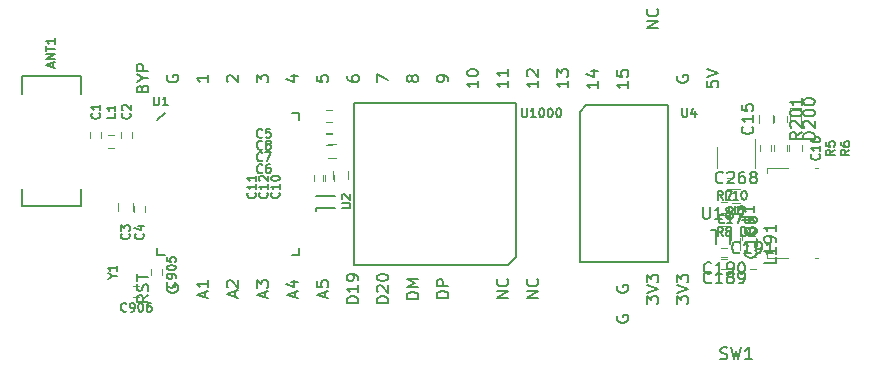
<source format=gbr>
G04 #@! TF.GenerationSoftware,KiCad,Pcbnew,5.0.2-bee76a0~70~ubuntu18.04.1*
G04 #@! TF.CreationDate,2019-02-19T22:04:26+08:00*
G04 #@! TF.ProjectId,require,72657175-6972-4652-9e6b-696361645f70,rev?*
G04 #@! TF.SameCoordinates,Original*
G04 #@! TF.FileFunction,Legend,Top*
G04 #@! TF.FilePolarity,Positive*
%FSLAX46Y46*%
G04 Gerber Fmt 4.6, Leading zero omitted, Abs format (unit mm)*
G04 Created by KiCad (PCBNEW 5.0.2-bee76a0~70~ubuntu18.04.1) date 2019年02月19日 星期二 22时04分26秒*
%MOMM*%
%LPD*%
G01*
G04 APERTURE LIST*
%ADD10C,0.120000*%
%ADD11C,0.150000*%
G04 APERTURE END LIST*
D10*
G04 #@! TO.C,C17*
X89700000Y-65470000D02*
X90200000Y-65470000D01*
X90200000Y-64530000D02*
X89700000Y-64530000D01*
D11*
G04 #@! TO.C,U1000*
X71175000Y-71850000D02*
X71850000Y-71175000D01*
X71850000Y-71175000D02*
X71850000Y-58150000D01*
X71850000Y-58150000D02*
X58150000Y-58150000D01*
X58150000Y-58150000D02*
X58150000Y-71850000D01*
X58150000Y-71850000D02*
X71175000Y-71850000D01*
G04 #@! TO.C,U1*
X53500000Y-71000000D02*
X53500000Y-70400000D01*
X52900000Y-71000000D02*
X53500000Y-71000000D01*
X41500000Y-71000000D02*
X41500000Y-70400000D01*
X42100000Y-71000000D02*
X41500000Y-71000000D01*
X53500000Y-59000000D02*
X53500000Y-59600000D01*
X52900000Y-59000000D02*
X53500000Y-59000000D01*
X41500000Y-59600000D02*
X42100000Y-59000000D01*
G04 #@! TO.C,U4*
X84750000Y-58350000D02*
X77800000Y-58350000D01*
X84750000Y-71650000D02*
X84750000Y-58350000D01*
X77250000Y-71650000D02*
X84750000Y-71650000D01*
X77250000Y-58900000D02*
X77250000Y-71650000D01*
X77800000Y-58350000D02*
X77250000Y-58900000D01*
D10*
G04 #@! TO.C,L1*
X37300000Y-61930000D02*
X37800000Y-61930000D01*
X37800000Y-60870000D02*
X37300000Y-60870000D01*
G04 #@! TO.C,U6*
X92110000Y-63650000D02*
X92110000Y-61200000D01*
X88890000Y-61850000D02*
X88890000Y-63650000D01*
D11*
G04 #@! TO.C,ANT1*
X35000000Y-65400000D02*
X35000000Y-65900000D01*
X35000000Y-55900000D02*
X35000000Y-57400000D01*
X30000000Y-55900000D02*
X35000000Y-55900000D01*
X30000000Y-57400000D02*
X30000000Y-55900000D01*
X35000000Y-66900000D02*
X35000000Y-65900000D01*
X30000000Y-66900000D02*
X35000000Y-66900000D01*
X30000000Y-65400000D02*
X30000000Y-66900000D01*
D10*
G04 #@! TO.C,C1*
X35780000Y-60600000D02*
X35780000Y-61100000D01*
X36720000Y-61100000D02*
X36720000Y-60600000D01*
G04 #@! TO.C,C2*
X39320000Y-61100000D02*
X39320000Y-60600000D01*
X38380000Y-60600000D02*
X38380000Y-61100000D01*
G04 #@! TO.C,C4*
X40470000Y-67400000D02*
X40470000Y-66900000D01*
X39530000Y-66900000D02*
X39530000Y-67400000D01*
G04 #@! TO.C,C905*
X41907500Y-72725000D02*
X41907500Y-72225000D01*
X40967500Y-72225000D02*
X40967500Y-72725000D01*
G04 #@! TO.C,C906*
X39400000Y-74570000D02*
X39900000Y-74570000D01*
X39900000Y-73630000D02*
X39400000Y-73630000D01*
G04 #@! TO.C,C16*
X93470000Y-62250000D02*
X93470000Y-61750000D01*
X92530000Y-61750000D02*
X92530000Y-62250000D01*
G04 #@! TO.C,C5*
X55750000Y-59720000D02*
X56250000Y-59720000D01*
X56250000Y-58780000D02*
X55750000Y-58780000D01*
G04 #@! TO.C,R5*
X94780000Y-62250000D02*
X94780000Y-61750000D01*
X93720000Y-61750000D02*
X93720000Y-62250000D01*
G04 #@! TO.C,R6*
X96030000Y-62250000D02*
X96030000Y-61750000D01*
X94970000Y-61750000D02*
X94970000Y-62250000D01*
G04 #@! TO.C,C3*
X39400000Y-66600000D02*
X39400000Y-67300000D01*
X38200000Y-67300000D02*
X38200000Y-66600000D01*
G04 #@! TO.C,C10*
X57600000Y-63900000D02*
X57600000Y-64600000D01*
X56400000Y-64600000D02*
X56400000Y-63900000D01*
G04 #@! TO.C,C11*
X54780000Y-64250000D02*
X54780000Y-64750000D01*
X55720000Y-64750000D02*
X55720000Y-64250000D01*
G04 #@! TO.C,C12*
X56470000Y-64750000D02*
X56470000Y-64250000D01*
X55530000Y-64250000D02*
X55530000Y-64750000D01*
G04 #@! TO.C,C7*
X56250000Y-60780000D02*
X55750000Y-60780000D01*
X55750000Y-61720000D02*
X56250000Y-61720000D01*
D11*
G04 #@! TO.C,D2*
X92000000Y-68100000D02*
X91000000Y-68100000D01*
X92000000Y-67100000D02*
X91000000Y-67100000D01*
X92000000Y-67100000D02*
X92000000Y-66900000D01*
G04 #@! TO.C,U2*
X54950000Y-66000000D02*
X56550000Y-66000000D01*
X54950000Y-67000000D02*
X56550000Y-67000000D01*
X54950000Y-67300000D02*
X54950000Y-67000000D01*
D10*
G04 #@! TO.C,C6*
X55900000Y-61650000D02*
X56600000Y-61650000D01*
X56600000Y-62850000D02*
X55900000Y-62850000D01*
G04 #@! TO.C,C8*
X55750000Y-60720000D02*
X56250000Y-60720000D01*
X56250000Y-59780000D02*
X55750000Y-59780000D01*
G04 #@! TO.C,R7*
X89750000Y-66570000D02*
X89250000Y-66570000D01*
X89250000Y-67630000D02*
X89750000Y-67630000D01*
G04 #@! TO.C,R8*
X89250000Y-68530000D02*
X89750000Y-68530000D01*
X89750000Y-67470000D02*
X89250000Y-67470000D01*
G04 #@! TO.C,C188*
X90030000Y-69250000D02*
X90030000Y-69750000D01*
X90970000Y-69750000D02*
X90970000Y-69250000D01*
G04 #@! TO.C,C189*
X89250000Y-72170000D02*
X89750000Y-72170000D01*
X89750000Y-71230000D02*
X89250000Y-71230000D01*
G04 #@! TO.C,C190*
X89750000Y-70430000D02*
X89250000Y-70430000D01*
X89250000Y-71370000D02*
X89750000Y-71370000D01*
G04 #@! TO.C,L191*
X92180000Y-69600000D02*
X92180000Y-70600000D01*
X90820000Y-70600000D02*
X90820000Y-69600000D01*
D11*
G04 #@! TO.C,U187*
X88400000Y-68900000D02*
X88800000Y-68900000D01*
X88800000Y-68900000D02*
X88800000Y-70100000D01*
X90000000Y-68900000D02*
X90000000Y-70100000D01*
D10*
G04 #@! TO.C,C15*
X93600000Y-59150000D02*
X93600000Y-59850000D01*
X92400000Y-59850000D02*
X92400000Y-59150000D01*
G04 #@! TO.C,C268*
X90150000Y-65400000D02*
X90850000Y-65400000D01*
X90850000Y-66600000D02*
X90150000Y-66600000D01*
G04 #@! TO.C,J1*
X97450000Y-71310000D02*
X97190000Y-71310000D01*
X94910000Y-71310000D02*
X93140000Y-71310000D01*
X93140000Y-71310000D02*
X93140000Y-70930000D01*
X93140000Y-63690000D02*
X94910000Y-63690000D01*
X97190000Y-63690000D02*
X97450000Y-63690000D01*
X93140000Y-63690000D02*
X93140000Y-64070000D01*
G04 #@! TO.C,R201*
X93720000Y-59250000D02*
X93720000Y-59750000D01*
X94780000Y-59750000D02*
X94780000Y-59250000D01*
G04 #@! TO.C,C191*
X91650000Y-72170000D02*
X92150000Y-72170000D01*
X92150000Y-71230000D02*
X91650000Y-71230000D01*
G04 #@! TO.C,D200*
X95950000Y-58550000D02*
X95950000Y-60000000D01*
X95050000Y-58550000D02*
X95050000Y-60000000D01*
X95950000Y-58550000D02*
X95050000Y-58550000D01*
G04 #@! TO.C,RP3*
D11*
X47447619Y-56355714D02*
X47400000Y-56308095D01*
X47352380Y-56212857D01*
X47352380Y-55974761D01*
X47400000Y-55879523D01*
X47447619Y-55831904D01*
X47542857Y-55784285D01*
X47638095Y-55784285D01*
X47780952Y-55831904D01*
X48352380Y-56403333D01*
X48352380Y-55784285D01*
G04 #@! TO.C,C17*
X89467857Y-68267857D02*
X89432142Y-68303571D01*
X89325000Y-68339285D01*
X89253571Y-68339285D01*
X89146428Y-68303571D01*
X89075000Y-68232142D01*
X89039285Y-68160714D01*
X89003571Y-68017857D01*
X89003571Y-67910714D01*
X89039285Y-67767857D01*
X89075000Y-67696428D01*
X89146428Y-67625000D01*
X89253571Y-67589285D01*
X89325000Y-67589285D01*
X89432142Y-67625000D01*
X89467857Y-67660714D01*
X90182142Y-68339285D02*
X89753571Y-68339285D01*
X89967857Y-68339285D02*
X89967857Y-67589285D01*
X89896428Y-67696428D01*
X89825000Y-67767857D01*
X89753571Y-67803571D01*
X90432142Y-67589285D02*
X90932142Y-67589285D01*
X90610714Y-68339285D01*
G04 #@! TO.C,L10*
X90017857Y-66339285D02*
X89660714Y-66339285D01*
X89660714Y-65589285D01*
X90660714Y-66339285D02*
X90232142Y-66339285D01*
X90446428Y-66339285D02*
X90446428Y-65589285D01*
X90375000Y-65696428D01*
X90303571Y-65767857D01*
X90232142Y-65803571D01*
X91125000Y-65589285D02*
X91196428Y-65589285D01*
X91267857Y-65625000D01*
X91303571Y-65660714D01*
X91339285Y-65732142D01*
X91375000Y-65875000D01*
X91375000Y-66053571D01*
X91339285Y-66196428D01*
X91303571Y-66267857D01*
X91267857Y-66303571D01*
X91196428Y-66339285D01*
X91125000Y-66339285D01*
X91053571Y-66303571D01*
X91017857Y-66267857D01*
X90982142Y-66196428D01*
X90946428Y-66053571D01*
X90946428Y-65875000D01*
X90982142Y-65732142D01*
X91017857Y-65660714D01*
X91053571Y-65625000D01*
X91125000Y-65589285D01*
G04 #@! TO.C,LP2*
X45526666Y-74604285D02*
X45526666Y-74128095D01*
X45812380Y-74699523D02*
X44812380Y-74366190D01*
X45812380Y-74032857D01*
X45812380Y-73175714D02*
X45812380Y-73747142D01*
X45812380Y-73461428D02*
X44812380Y-73461428D01*
X44955238Y-73556666D01*
X45050476Y-73651904D01*
X45098095Y-73747142D01*
G04 #@! TO.C,LP3*
X48066666Y-74596785D02*
X48066666Y-74120595D01*
X48352380Y-74692023D02*
X47352380Y-74358690D01*
X48352380Y-74025357D01*
X47447619Y-73739642D02*
X47400000Y-73692023D01*
X47352380Y-73596785D01*
X47352380Y-73358690D01*
X47400000Y-73263452D01*
X47447619Y-73215833D01*
X47542857Y-73168214D01*
X47638095Y-73168214D01*
X47780952Y-73215833D01*
X48352380Y-73787261D01*
X48352380Y-73168214D01*
G04 #@! TO.C,LP4*
X50606666Y-74604285D02*
X50606666Y-74128095D01*
X50892380Y-74699523D02*
X49892380Y-74366190D01*
X50892380Y-74032857D01*
X49892380Y-73794761D02*
X49892380Y-73175714D01*
X50273333Y-73509047D01*
X50273333Y-73366190D01*
X50320952Y-73270952D01*
X50368571Y-73223333D01*
X50463809Y-73175714D01*
X50701904Y-73175714D01*
X50797142Y-73223333D01*
X50844761Y-73270952D01*
X50892380Y-73366190D01*
X50892380Y-73651904D01*
X50844761Y-73747142D01*
X50797142Y-73794761D01*
G04 #@! TO.C,LP5*
X53146666Y-74604285D02*
X53146666Y-74128095D01*
X53432380Y-74699523D02*
X52432380Y-74366190D01*
X53432380Y-74032857D01*
X52765714Y-73270952D02*
X53432380Y-73270952D01*
X52384761Y-73509047D02*
X53099047Y-73747142D01*
X53099047Y-73128095D01*
G04 #@! TO.C,LP6*
X55686666Y-74604285D02*
X55686666Y-74128095D01*
X55972380Y-74699523D02*
X54972380Y-74366190D01*
X55972380Y-74032857D01*
X54972380Y-73223333D02*
X54972380Y-73699523D01*
X55448571Y-73747142D01*
X55400952Y-73699523D01*
X55353333Y-73604285D01*
X55353333Y-73366190D01*
X55400952Y-73270952D01*
X55448571Y-73223333D01*
X55543809Y-73175714D01*
X55781904Y-73175714D01*
X55877142Y-73223333D01*
X55924761Y-73270952D01*
X55972380Y-73366190D01*
X55972380Y-73604285D01*
X55924761Y-73699523D01*
X55877142Y-73747142D01*
G04 #@! TO.C,LP8*
X63592380Y-74723333D02*
X62592380Y-74723333D01*
X62592380Y-74485238D01*
X62640000Y-74342380D01*
X62735238Y-74247142D01*
X62830476Y-74199523D01*
X63020952Y-74151904D01*
X63163809Y-74151904D01*
X63354285Y-74199523D01*
X63449523Y-74247142D01*
X63544761Y-74342380D01*
X63592380Y-74485238D01*
X63592380Y-74723333D01*
X63592380Y-73723333D02*
X62592380Y-73723333D01*
X63306666Y-73390000D01*
X62592380Y-73056666D01*
X63592380Y-73056666D01*
G04 #@! TO.C,LP9*
X66132380Y-74651904D02*
X65132380Y-74651904D01*
X65132380Y-74413809D01*
X65180000Y-74270952D01*
X65275238Y-74175714D01*
X65370476Y-74128095D01*
X65560952Y-74080476D01*
X65703809Y-74080476D01*
X65894285Y-74128095D01*
X65989523Y-74175714D01*
X66084761Y-74270952D01*
X66132380Y-74413809D01*
X66132380Y-74651904D01*
X66132380Y-73651904D02*
X65132380Y-73651904D01*
X65132380Y-73270952D01*
X65180000Y-73175714D01*
X65227619Y-73128095D01*
X65322857Y-73080476D01*
X65465714Y-73080476D01*
X65560952Y-73128095D01*
X65608571Y-73175714D01*
X65656190Y-73270952D01*
X65656190Y-73651904D01*
G04 #@! TO.C,RP1*
X42320000Y-55808095D02*
X42272380Y-55903333D01*
X42272380Y-56046190D01*
X42320000Y-56189047D01*
X42415238Y-56284285D01*
X42510476Y-56331904D01*
X42700952Y-56379523D01*
X42843809Y-56379523D01*
X43034285Y-56331904D01*
X43129523Y-56284285D01*
X43224761Y-56189047D01*
X43272380Y-56046190D01*
X43272380Y-55950952D01*
X43224761Y-55808095D01*
X43177142Y-55760476D01*
X42843809Y-55760476D01*
X42843809Y-55950952D01*
G04 #@! TO.C,RP20*
X87992380Y-56300476D02*
X87992380Y-56776666D01*
X88468571Y-56824285D01*
X88420952Y-56776666D01*
X88373333Y-56681428D01*
X88373333Y-56443333D01*
X88420952Y-56348095D01*
X88468571Y-56300476D01*
X88563809Y-56252857D01*
X88801904Y-56252857D01*
X88897142Y-56300476D01*
X88944761Y-56348095D01*
X88992380Y-56443333D01*
X88992380Y-56681428D01*
X88944761Y-56776666D01*
X88897142Y-56824285D01*
X87992380Y-55967142D02*
X88992380Y-55633809D01*
X87992380Y-55300476D01*
G04 #@! TO.C,LP7*
X80420000Y-73628095D02*
X80372380Y-73723333D01*
X80372380Y-73866190D01*
X80420000Y-74009047D01*
X80515238Y-74104285D01*
X80610476Y-74151904D01*
X80800952Y-74199523D01*
X80943809Y-74199523D01*
X81134285Y-74151904D01*
X81229523Y-74104285D01*
X81324761Y-74009047D01*
X81372380Y-73866190D01*
X81372380Y-73770952D01*
X81324761Y-73628095D01*
X81277142Y-73580476D01*
X80943809Y-73580476D01*
X80943809Y-73770952D01*
G04 #@! TO.C,LP1*
X42320000Y-73628095D02*
X42272380Y-73723333D01*
X42272380Y-73866190D01*
X42320000Y-74009047D01*
X42415238Y-74104285D01*
X42510476Y-74151904D01*
X42700952Y-74199523D01*
X42843809Y-74199523D01*
X43034285Y-74151904D01*
X43129523Y-74104285D01*
X43224761Y-74009047D01*
X43272380Y-73866190D01*
X43272380Y-73770952D01*
X43224761Y-73628095D01*
X43177142Y-73580476D01*
X42843809Y-73580476D01*
X42843809Y-73770952D01*
G04 #@! TO.C,LP13*
X83912380Y-51815714D02*
X82912380Y-51815714D01*
X83912380Y-51244285D01*
X82912380Y-51244285D01*
X83817142Y-50196666D02*
X83864761Y-50244285D01*
X83912380Y-50387142D01*
X83912380Y-50482380D01*
X83864761Y-50625238D01*
X83769523Y-50720476D01*
X83674285Y-50768095D01*
X83483809Y-50815714D01*
X83340952Y-50815714D01*
X83150476Y-50768095D01*
X83055238Y-50720476D01*
X82960000Y-50625238D01*
X82912380Y-50482380D01*
X82912380Y-50387142D01*
X82960000Y-50244285D01*
X83007619Y-50196666D01*
G04 #@! TO.C,LP14*
X40732380Y-74437619D02*
X40256190Y-74770952D01*
X40732380Y-75009047D02*
X39732380Y-75009047D01*
X39732380Y-74628095D01*
X39780000Y-74532857D01*
X39827619Y-74485238D01*
X39922857Y-74437619D01*
X40065714Y-74437619D01*
X40160952Y-74485238D01*
X40208571Y-74532857D01*
X40256190Y-74628095D01*
X40256190Y-75009047D01*
X40684761Y-74056666D02*
X40732380Y-73913809D01*
X40732380Y-73675714D01*
X40684761Y-73580476D01*
X40637142Y-73532857D01*
X40541904Y-73485238D01*
X40446666Y-73485238D01*
X40351428Y-73532857D01*
X40303809Y-73580476D01*
X40256190Y-73675714D01*
X40208571Y-73866190D01*
X40160952Y-73961428D01*
X40113333Y-74009047D01*
X40018095Y-74056666D01*
X39922857Y-74056666D01*
X39827619Y-74009047D01*
X39780000Y-73961428D01*
X39732380Y-73866190D01*
X39732380Y-73628095D01*
X39780000Y-73485238D01*
X39732380Y-73199523D02*
X39732380Y-72628095D01*
X40732380Y-72913809D02*
X39732380Y-72913809D01*
G04 #@! TO.C,LP15*
X82912380Y-75128095D02*
X82912380Y-74509047D01*
X83293333Y-74842380D01*
X83293333Y-74699523D01*
X83340952Y-74604285D01*
X83388571Y-74556666D01*
X83483809Y-74509047D01*
X83721904Y-74509047D01*
X83817142Y-74556666D01*
X83864761Y-74604285D01*
X83912380Y-74699523D01*
X83912380Y-74985238D01*
X83864761Y-75080476D01*
X83817142Y-75128095D01*
X82912380Y-74223333D02*
X83912380Y-73890000D01*
X82912380Y-73556666D01*
X82912380Y-73318571D02*
X82912380Y-72699523D01*
X83293333Y-73032857D01*
X83293333Y-72890000D01*
X83340952Y-72794761D01*
X83388571Y-72747142D01*
X83483809Y-72699523D01*
X83721904Y-72699523D01*
X83817142Y-72747142D01*
X83864761Y-72794761D01*
X83912380Y-72890000D01*
X83912380Y-73175714D01*
X83864761Y-73270952D01*
X83817142Y-73318571D01*
G04 #@! TO.C,LP16*
X85452380Y-75128095D02*
X85452380Y-74509047D01*
X85833333Y-74842380D01*
X85833333Y-74699523D01*
X85880952Y-74604285D01*
X85928571Y-74556666D01*
X86023809Y-74509047D01*
X86261904Y-74509047D01*
X86357142Y-74556666D01*
X86404761Y-74604285D01*
X86452380Y-74699523D01*
X86452380Y-74985238D01*
X86404761Y-75080476D01*
X86357142Y-75128095D01*
X85452380Y-74223333D02*
X86452380Y-73890000D01*
X85452380Y-73556666D01*
X85452380Y-73318571D02*
X85452380Y-72699523D01*
X85833333Y-73032857D01*
X85833333Y-72890000D01*
X85880952Y-72794761D01*
X85928571Y-72747142D01*
X86023809Y-72699523D01*
X86261904Y-72699523D01*
X86357142Y-72747142D01*
X86404761Y-72794761D01*
X86452380Y-72890000D01*
X86452380Y-73175714D01*
X86404761Y-73270952D01*
X86357142Y-73318571D01*
G04 #@! TO.C,LP17*
X71212380Y-74675714D02*
X70212380Y-74675714D01*
X71212380Y-74104285D01*
X70212380Y-74104285D01*
X71117142Y-73056666D02*
X71164761Y-73104285D01*
X71212380Y-73247142D01*
X71212380Y-73342380D01*
X71164761Y-73485238D01*
X71069523Y-73580476D01*
X70974285Y-73628095D01*
X70783809Y-73675714D01*
X70640952Y-73675714D01*
X70450476Y-73628095D01*
X70355238Y-73580476D01*
X70260000Y-73485238D01*
X70212380Y-73342380D01*
X70212380Y-73247142D01*
X70260000Y-73104285D01*
X70307619Y-73056666D01*
G04 #@! TO.C,LP18*
X80420000Y-76168095D02*
X80372380Y-76263333D01*
X80372380Y-76406190D01*
X80420000Y-76549047D01*
X80515238Y-76644285D01*
X80610476Y-76691904D01*
X80800952Y-76739523D01*
X80943809Y-76739523D01*
X81134285Y-76691904D01*
X81229523Y-76644285D01*
X81324761Y-76549047D01*
X81372380Y-76406190D01*
X81372380Y-76310952D01*
X81324761Y-76168095D01*
X81277142Y-76120476D01*
X80943809Y-76120476D01*
X80943809Y-76310952D01*
G04 #@! TO.C,RP12*
X71212380Y-56260476D02*
X71212380Y-56831904D01*
X71212380Y-56546190D02*
X70212380Y-56546190D01*
X70355238Y-56641428D01*
X70450476Y-56736666D01*
X70498095Y-56831904D01*
X71212380Y-55308095D02*
X71212380Y-55879523D01*
X71212380Y-55593809D02*
X70212380Y-55593809D01*
X70355238Y-55689047D01*
X70450476Y-55784285D01*
X70498095Y-55879523D01*
G04 #@! TO.C,RP13*
X73752380Y-56260476D02*
X73752380Y-56831904D01*
X73752380Y-56546190D02*
X72752380Y-56546190D01*
X72895238Y-56641428D01*
X72990476Y-56736666D01*
X73038095Y-56831904D01*
X72847619Y-55879523D02*
X72800000Y-55831904D01*
X72752380Y-55736666D01*
X72752380Y-55498571D01*
X72800000Y-55403333D01*
X72847619Y-55355714D01*
X72942857Y-55308095D01*
X73038095Y-55308095D01*
X73180952Y-55355714D01*
X73752380Y-55927142D01*
X73752380Y-55308095D01*
G04 #@! TO.C,RP14*
X76292380Y-56260476D02*
X76292380Y-56831904D01*
X76292380Y-56546190D02*
X75292380Y-56546190D01*
X75435238Y-56641428D01*
X75530476Y-56736666D01*
X75578095Y-56831904D01*
X75292380Y-55927142D02*
X75292380Y-55308095D01*
X75673333Y-55641428D01*
X75673333Y-55498571D01*
X75720952Y-55403333D01*
X75768571Y-55355714D01*
X75863809Y-55308095D01*
X76101904Y-55308095D01*
X76197142Y-55355714D01*
X76244761Y-55403333D01*
X76292380Y-55498571D01*
X76292380Y-55784285D01*
X76244761Y-55879523D01*
X76197142Y-55927142D01*
G04 #@! TO.C,RP15*
X78832380Y-56300476D02*
X78832380Y-56871904D01*
X78832380Y-56586190D02*
X77832380Y-56586190D01*
X77975238Y-56681428D01*
X78070476Y-56776666D01*
X78118095Y-56871904D01*
X78165714Y-55443333D02*
X78832380Y-55443333D01*
X77784761Y-55681428D02*
X78499047Y-55919523D01*
X78499047Y-55300476D01*
G04 #@! TO.C,RP16*
X81372380Y-56300476D02*
X81372380Y-56871904D01*
X81372380Y-56586190D02*
X80372380Y-56586190D01*
X80515238Y-56681428D01*
X80610476Y-56776666D01*
X80658095Y-56871904D01*
X80372380Y-55395714D02*
X80372380Y-55871904D01*
X80848571Y-55919523D01*
X80800952Y-55871904D01*
X80753333Y-55776666D01*
X80753333Y-55538571D01*
X80800952Y-55443333D01*
X80848571Y-55395714D01*
X80943809Y-55348095D01*
X81181904Y-55348095D01*
X81277142Y-55395714D01*
X81324761Y-55443333D01*
X81372380Y-55538571D01*
X81372380Y-55776666D01*
X81324761Y-55871904D01*
X81277142Y-55919523D01*
G04 #@! TO.C,RP17*
X85500000Y-55848095D02*
X85452380Y-55943333D01*
X85452380Y-56086190D01*
X85500000Y-56229047D01*
X85595238Y-56324285D01*
X85690476Y-56371904D01*
X85880952Y-56419523D01*
X86023809Y-56419523D01*
X86214285Y-56371904D01*
X86309523Y-56324285D01*
X86404761Y-56229047D01*
X86452380Y-56086190D01*
X86452380Y-55990952D01*
X86404761Y-55848095D01*
X86357142Y-55800476D01*
X86023809Y-55800476D01*
X86023809Y-55990952D01*
G04 #@! TO.C,LP10*
X58512380Y-75104285D02*
X57512380Y-75104285D01*
X57512380Y-74866190D01*
X57560000Y-74723333D01*
X57655238Y-74628095D01*
X57750476Y-74580476D01*
X57940952Y-74532857D01*
X58083809Y-74532857D01*
X58274285Y-74580476D01*
X58369523Y-74628095D01*
X58464761Y-74723333D01*
X58512380Y-74866190D01*
X58512380Y-75104285D01*
X58512380Y-73580476D02*
X58512380Y-74151904D01*
X58512380Y-73866190D02*
X57512380Y-73866190D01*
X57655238Y-73961428D01*
X57750476Y-74056666D01*
X57798095Y-74151904D01*
X58512380Y-73104285D02*
X58512380Y-72913809D01*
X58464761Y-72818571D01*
X58417142Y-72770952D01*
X58274285Y-72675714D01*
X58083809Y-72628095D01*
X57702857Y-72628095D01*
X57607619Y-72675714D01*
X57560000Y-72723333D01*
X57512380Y-72818571D01*
X57512380Y-73009047D01*
X57560000Y-73104285D01*
X57607619Y-73151904D01*
X57702857Y-73199523D01*
X57940952Y-73199523D01*
X58036190Y-73151904D01*
X58083809Y-73104285D01*
X58131428Y-73009047D01*
X58131428Y-72818571D01*
X58083809Y-72723333D01*
X58036190Y-72675714D01*
X57940952Y-72628095D01*
G04 #@! TO.C,LP11*
X61052380Y-75104285D02*
X60052380Y-75104285D01*
X60052380Y-74866190D01*
X60100000Y-74723333D01*
X60195238Y-74628095D01*
X60290476Y-74580476D01*
X60480952Y-74532857D01*
X60623809Y-74532857D01*
X60814285Y-74580476D01*
X60909523Y-74628095D01*
X61004761Y-74723333D01*
X61052380Y-74866190D01*
X61052380Y-75104285D01*
X60147619Y-74151904D02*
X60100000Y-74104285D01*
X60052380Y-74009047D01*
X60052380Y-73770952D01*
X60100000Y-73675714D01*
X60147619Y-73628095D01*
X60242857Y-73580476D01*
X60338095Y-73580476D01*
X60480952Y-73628095D01*
X61052380Y-74199523D01*
X61052380Y-73580476D01*
X60052380Y-72961428D02*
X60052380Y-72866190D01*
X60100000Y-72770952D01*
X60147619Y-72723333D01*
X60242857Y-72675714D01*
X60433333Y-72628095D01*
X60671428Y-72628095D01*
X60861904Y-72675714D01*
X60957142Y-72723333D01*
X61004761Y-72770952D01*
X61052380Y-72866190D01*
X61052380Y-72961428D01*
X61004761Y-73056666D01*
X60957142Y-73104285D01*
X60861904Y-73151904D01*
X60671428Y-73199523D01*
X60433333Y-73199523D01*
X60242857Y-73151904D01*
X60147619Y-73104285D01*
X60100000Y-73056666D01*
X60052380Y-72961428D01*
G04 #@! TO.C,RP2*
X45812380Y-55784285D02*
X45812380Y-56355714D01*
X45812380Y-56070000D02*
X44812380Y-56070000D01*
X44955238Y-56165238D01*
X45050476Y-56260476D01*
X45098095Y-56355714D01*
G04 #@! TO.C,RP4*
X49892380Y-56403333D02*
X49892380Y-55784285D01*
X50273333Y-56117619D01*
X50273333Y-55974761D01*
X50320952Y-55879523D01*
X50368571Y-55831904D01*
X50463809Y-55784285D01*
X50701904Y-55784285D01*
X50797142Y-55831904D01*
X50844761Y-55879523D01*
X50892380Y-55974761D01*
X50892380Y-56260476D01*
X50844761Y-56355714D01*
X50797142Y-56403333D01*
G04 #@! TO.C,RP5*
X52765714Y-55879523D02*
X53432380Y-55879523D01*
X52384761Y-56117619D02*
X53099047Y-56355714D01*
X53099047Y-55736666D01*
G04 #@! TO.C,RP6*
X54972380Y-55831904D02*
X54972380Y-56308095D01*
X55448571Y-56355714D01*
X55400952Y-56308095D01*
X55353333Y-56212857D01*
X55353333Y-55974761D01*
X55400952Y-55879523D01*
X55448571Y-55831904D01*
X55543809Y-55784285D01*
X55781904Y-55784285D01*
X55877142Y-55831904D01*
X55924761Y-55879523D01*
X55972380Y-55974761D01*
X55972380Y-56212857D01*
X55924761Y-56308095D01*
X55877142Y-56355714D01*
G04 #@! TO.C,RP7*
X57562380Y-55879523D02*
X57562380Y-56070000D01*
X57610000Y-56165238D01*
X57657619Y-56212857D01*
X57800476Y-56308095D01*
X57990952Y-56355714D01*
X58371904Y-56355714D01*
X58467142Y-56308095D01*
X58514761Y-56260476D01*
X58562380Y-56165238D01*
X58562380Y-55974761D01*
X58514761Y-55879523D01*
X58467142Y-55831904D01*
X58371904Y-55784285D01*
X58133809Y-55784285D01*
X58038571Y-55831904D01*
X57990952Y-55879523D01*
X57943333Y-55974761D01*
X57943333Y-56165238D01*
X57990952Y-56260476D01*
X58038571Y-56308095D01*
X58133809Y-56355714D01*
G04 #@! TO.C,RP8*
X60052380Y-56403333D02*
X60052380Y-55736666D01*
X61052380Y-56165238D01*
G04 #@! TO.C,RP9*
X63020952Y-56165238D02*
X62973333Y-56260476D01*
X62925714Y-56308095D01*
X62830476Y-56355714D01*
X62782857Y-56355714D01*
X62687619Y-56308095D01*
X62640000Y-56260476D01*
X62592380Y-56165238D01*
X62592380Y-55974761D01*
X62640000Y-55879523D01*
X62687619Y-55831904D01*
X62782857Y-55784285D01*
X62830476Y-55784285D01*
X62925714Y-55831904D01*
X62973333Y-55879523D01*
X63020952Y-55974761D01*
X63020952Y-56165238D01*
X63068571Y-56260476D01*
X63116190Y-56308095D01*
X63211428Y-56355714D01*
X63401904Y-56355714D01*
X63497142Y-56308095D01*
X63544761Y-56260476D01*
X63592380Y-56165238D01*
X63592380Y-55974761D01*
X63544761Y-55879523D01*
X63497142Y-55831904D01*
X63401904Y-55784285D01*
X63211428Y-55784285D01*
X63116190Y-55831904D01*
X63068571Y-55879523D01*
X63020952Y-55974761D01*
G04 #@! TO.C,RP10*
X66132380Y-56260476D02*
X66132380Y-56070000D01*
X66084761Y-55974761D01*
X66037142Y-55927142D01*
X65894285Y-55831904D01*
X65703809Y-55784285D01*
X65322857Y-55784285D01*
X65227619Y-55831904D01*
X65180000Y-55879523D01*
X65132380Y-55974761D01*
X65132380Y-56165238D01*
X65180000Y-56260476D01*
X65227619Y-56308095D01*
X65322857Y-56355714D01*
X65560952Y-56355714D01*
X65656190Y-56308095D01*
X65703809Y-56260476D01*
X65751428Y-56165238D01*
X65751428Y-55974761D01*
X65703809Y-55879523D01*
X65656190Y-55831904D01*
X65560952Y-55784285D01*
G04 #@! TO.C,RP11*
X68672380Y-56260476D02*
X68672380Y-56831904D01*
X68672380Y-56546190D02*
X67672380Y-56546190D01*
X67815238Y-56641428D01*
X67910476Y-56736666D01*
X67958095Y-56831904D01*
X67672380Y-55641428D02*
X67672380Y-55546190D01*
X67720000Y-55450952D01*
X67767619Y-55403333D01*
X67862857Y-55355714D01*
X68053333Y-55308095D01*
X68291428Y-55308095D01*
X68481904Y-55355714D01*
X68577142Y-55403333D01*
X68624761Y-55450952D01*
X68672380Y-55546190D01*
X68672380Y-55641428D01*
X68624761Y-55736666D01*
X68577142Y-55784285D01*
X68481904Y-55831904D01*
X68291428Y-55879523D01*
X68053333Y-55879523D01*
X67862857Y-55831904D01*
X67767619Y-55784285D01*
X67720000Y-55736666D01*
X67672380Y-55641428D01*
G04 #@! TO.C,LP12*
X73752380Y-74675714D02*
X72752380Y-74675714D01*
X73752380Y-74104285D01*
X72752380Y-74104285D01*
X73657142Y-73056666D02*
X73704761Y-73104285D01*
X73752380Y-73247142D01*
X73752380Y-73342380D01*
X73704761Y-73485238D01*
X73609523Y-73580476D01*
X73514285Y-73628095D01*
X73323809Y-73675714D01*
X73180952Y-73675714D01*
X72990476Y-73628095D01*
X72895238Y-73580476D01*
X72800000Y-73485238D01*
X72752380Y-73342380D01*
X72752380Y-73247142D01*
X72800000Y-73104285D01*
X72847619Y-73056666D01*
G04 #@! TO.C,U1000*
X72357142Y-58589285D02*
X72357142Y-59196428D01*
X72392857Y-59267857D01*
X72428571Y-59303571D01*
X72500000Y-59339285D01*
X72642857Y-59339285D01*
X72714285Y-59303571D01*
X72750000Y-59267857D01*
X72785714Y-59196428D01*
X72785714Y-58589285D01*
X73535714Y-59339285D02*
X73107142Y-59339285D01*
X73321428Y-59339285D02*
X73321428Y-58589285D01*
X73250000Y-58696428D01*
X73178571Y-58767857D01*
X73107142Y-58803571D01*
X74000000Y-58589285D02*
X74071428Y-58589285D01*
X74142857Y-58625000D01*
X74178571Y-58660714D01*
X74214285Y-58732142D01*
X74250000Y-58875000D01*
X74250000Y-59053571D01*
X74214285Y-59196428D01*
X74178571Y-59267857D01*
X74142857Y-59303571D01*
X74071428Y-59339285D01*
X74000000Y-59339285D01*
X73928571Y-59303571D01*
X73892857Y-59267857D01*
X73857142Y-59196428D01*
X73821428Y-59053571D01*
X73821428Y-58875000D01*
X73857142Y-58732142D01*
X73892857Y-58660714D01*
X73928571Y-58625000D01*
X74000000Y-58589285D01*
X74714285Y-58589285D02*
X74785714Y-58589285D01*
X74857142Y-58625000D01*
X74892857Y-58660714D01*
X74928571Y-58732142D01*
X74964285Y-58875000D01*
X74964285Y-59053571D01*
X74928571Y-59196428D01*
X74892857Y-59267857D01*
X74857142Y-59303571D01*
X74785714Y-59339285D01*
X74714285Y-59339285D01*
X74642857Y-59303571D01*
X74607142Y-59267857D01*
X74571428Y-59196428D01*
X74535714Y-59053571D01*
X74535714Y-58875000D01*
X74571428Y-58732142D01*
X74607142Y-58660714D01*
X74642857Y-58625000D01*
X74714285Y-58589285D01*
X75428571Y-58589285D02*
X75500000Y-58589285D01*
X75571428Y-58625000D01*
X75607142Y-58660714D01*
X75642857Y-58732142D01*
X75678571Y-58875000D01*
X75678571Y-59053571D01*
X75642857Y-59196428D01*
X75607142Y-59267857D01*
X75571428Y-59303571D01*
X75500000Y-59339285D01*
X75428571Y-59339285D01*
X75357142Y-59303571D01*
X75321428Y-59267857D01*
X75285714Y-59196428D01*
X75250000Y-59053571D01*
X75250000Y-58875000D01*
X75285714Y-58732142D01*
X75321428Y-58660714D01*
X75357142Y-58625000D01*
X75428571Y-58589285D01*
G04 #@! TO.C,U1*
X41191071Y-57601785D02*
X41191071Y-58208928D01*
X41226785Y-58280357D01*
X41262500Y-58316071D01*
X41333928Y-58351785D01*
X41476785Y-58351785D01*
X41548214Y-58316071D01*
X41583928Y-58280357D01*
X41619642Y-58208928D01*
X41619642Y-57601785D01*
X42369642Y-58351785D02*
X41941071Y-58351785D01*
X42155357Y-58351785D02*
X42155357Y-57601785D01*
X42083928Y-57708928D01*
X42012500Y-57780357D01*
X41941071Y-57816071D01*
G04 #@! TO.C,U4*
X85928571Y-58589285D02*
X85928571Y-59196428D01*
X85964285Y-59267857D01*
X86000000Y-59303571D01*
X86071428Y-59339285D01*
X86214285Y-59339285D01*
X86285714Y-59303571D01*
X86321428Y-59267857D01*
X86357142Y-59196428D01*
X86357142Y-58589285D01*
X87035714Y-58839285D02*
X87035714Y-59339285D01*
X86857142Y-58553571D02*
X86678571Y-59089285D01*
X87142857Y-59089285D01*
G04 #@! TO.C,L1*
X37939285Y-59025000D02*
X37939285Y-59382142D01*
X37189285Y-59382142D01*
X37939285Y-58382142D02*
X37939285Y-58810714D01*
X37939285Y-58596428D02*
X37189285Y-58596428D01*
X37296428Y-58667857D01*
X37367857Y-58739285D01*
X37403571Y-58810714D01*
G04 #@! TO.C,U6*
X89928571Y-66839285D02*
X89928571Y-67446428D01*
X89964285Y-67517857D01*
X90000000Y-67553571D01*
X90071428Y-67589285D01*
X90214285Y-67589285D01*
X90285714Y-67553571D01*
X90321428Y-67517857D01*
X90357142Y-67446428D01*
X90357142Y-66839285D01*
X91035714Y-66839285D02*
X90892857Y-66839285D01*
X90821428Y-66875000D01*
X90785714Y-66910714D01*
X90714285Y-67017857D01*
X90678571Y-67160714D01*
X90678571Y-67446428D01*
X90714285Y-67517857D01*
X90750000Y-67553571D01*
X90821428Y-67589285D01*
X90964285Y-67589285D01*
X91035714Y-67553571D01*
X91071428Y-67517857D01*
X91107142Y-67446428D01*
X91107142Y-67267857D01*
X91071428Y-67196428D01*
X91035714Y-67160714D01*
X90964285Y-67125000D01*
X90821428Y-67125000D01*
X90750000Y-67160714D01*
X90714285Y-67196428D01*
X90678571Y-67267857D01*
G04 #@! TO.C,Y1*
X37694642Y-72832142D02*
X38051785Y-72832142D01*
X37301785Y-73082142D02*
X37694642Y-72832142D01*
X37301785Y-72582142D01*
X38051785Y-71939285D02*
X38051785Y-72367857D01*
X38051785Y-72153571D02*
X37301785Y-72153571D01*
X37408928Y-72225000D01*
X37480357Y-72296428D01*
X37516071Y-72367857D01*
G04 #@! TO.C,ANT1*
X32625000Y-55114285D02*
X32625000Y-54757142D01*
X32839285Y-55185714D02*
X32089285Y-54935714D01*
X32839285Y-54685714D01*
X32839285Y-54435714D02*
X32089285Y-54435714D01*
X32839285Y-54007142D01*
X32089285Y-54007142D01*
X32089285Y-53757142D02*
X32089285Y-53328571D01*
X32839285Y-53542857D02*
X32089285Y-53542857D01*
X32839285Y-52685714D02*
X32839285Y-53114285D01*
X32839285Y-52900000D02*
X32089285Y-52900000D01*
X32196428Y-52971428D01*
X32267857Y-53042857D01*
X32303571Y-53114285D01*
G04 #@! TO.C,C1*
X36567857Y-59025000D02*
X36603571Y-59060714D01*
X36639285Y-59167857D01*
X36639285Y-59239285D01*
X36603571Y-59346428D01*
X36532142Y-59417857D01*
X36460714Y-59453571D01*
X36317857Y-59489285D01*
X36210714Y-59489285D01*
X36067857Y-59453571D01*
X35996428Y-59417857D01*
X35925000Y-59346428D01*
X35889285Y-59239285D01*
X35889285Y-59167857D01*
X35925000Y-59060714D01*
X35960714Y-59025000D01*
X36639285Y-58310714D02*
X36639285Y-58739285D01*
X36639285Y-58525000D02*
X35889285Y-58525000D01*
X35996428Y-58596428D01*
X36067857Y-58667857D01*
X36103571Y-58739285D01*
G04 #@! TO.C,C2*
X39167857Y-59025000D02*
X39203571Y-59060714D01*
X39239285Y-59167857D01*
X39239285Y-59239285D01*
X39203571Y-59346428D01*
X39132142Y-59417857D01*
X39060714Y-59453571D01*
X38917857Y-59489285D01*
X38810714Y-59489285D01*
X38667857Y-59453571D01*
X38596428Y-59417857D01*
X38525000Y-59346428D01*
X38489285Y-59239285D01*
X38489285Y-59167857D01*
X38525000Y-59060714D01*
X38560714Y-59025000D01*
X38560714Y-58739285D02*
X38525000Y-58703571D01*
X38489285Y-58632142D01*
X38489285Y-58453571D01*
X38525000Y-58382142D01*
X38560714Y-58346428D01*
X38632142Y-58310714D01*
X38703571Y-58310714D01*
X38810714Y-58346428D01*
X39239285Y-58775000D01*
X39239285Y-58310714D01*
G04 #@! TO.C,C4*
X40267857Y-69225000D02*
X40303571Y-69260714D01*
X40339285Y-69367857D01*
X40339285Y-69439285D01*
X40303571Y-69546428D01*
X40232142Y-69617857D01*
X40160714Y-69653571D01*
X40017857Y-69689285D01*
X39910714Y-69689285D01*
X39767857Y-69653571D01*
X39696428Y-69617857D01*
X39625000Y-69546428D01*
X39589285Y-69439285D01*
X39589285Y-69367857D01*
X39625000Y-69260714D01*
X39660714Y-69225000D01*
X39839285Y-68582142D02*
X40339285Y-68582142D01*
X39553571Y-68760714D02*
X40089285Y-68939285D01*
X40089285Y-68475000D01*
G04 #@! TO.C,C905*
X42980357Y-73314285D02*
X43016071Y-73350000D01*
X43051785Y-73457142D01*
X43051785Y-73528571D01*
X43016071Y-73635714D01*
X42944642Y-73707142D01*
X42873214Y-73742857D01*
X42730357Y-73778571D01*
X42623214Y-73778571D01*
X42480357Y-73742857D01*
X42408928Y-73707142D01*
X42337500Y-73635714D01*
X42301785Y-73528571D01*
X42301785Y-73457142D01*
X42337500Y-73350000D01*
X42373214Y-73314285D01*
X43051785Y-72957142D02*
X43051785Y-72814285D01*
X43016071Y-72742857D01*
X42980357Y-72707142D01*
X42873214Y-72635714D01*
X42730357Y-72600000D01*
X42444642Y-72600000D01*
X42373214Y-72635714D01*
X42337500Y-72671428D01*
X42301785Y-72742857D01*
X42301785Y-72885714D01*
X42337500Y-72957142D01*
X42373214Y-72992857D01*
X42444642Y-73028571D01*
X42623214Y-73028571D01*
X42694642Y-72992857D01*
X42730357Y-72957142D01*
X42766071Y-72885714D01*
X42766071Y-72742857D01*
X42730357Y-72671428D01*
X42694642Y-72635714D01*
X42623214Y-72600000D01*
X42301785Y-72135714D02*
X42301785Y-72064285D01*
X42337500Y-71992857D01*
X42373214Y-71957142D01*
X42444642Y-71921428D01*
X42587500Y-71885714D01*
X42766071Y-71885714D01*
X42908928Y-71921428D01*
X42980357Y-71957142D01*
X43016071Y-71992857D01*
X43051785Y-72064285D01*
X43051785Y-72135714D01*
X43016071Y-72207142D01*
X42980357Y-72242857D01*
X42908928Y-72278571D01*
X42766071Y-72314285D01*
X42587500Y-72314285D01*
X42444642Y-72278571D01*
X42373214Y-72242857D01*
X42337500Y-72207142D01*
X42301785Y-72135714D01*
X42301785Y-71207142D02*
X42301785Y-71564285D01*
X42658928Y-71600000D01*
X42623214Y-71564285D01*
X42587500Y-71492857D01*
X42587500Y-71314285D01*
X42623214Y-71242857D01*
X42658928Y-71207142D01*
X42730357Y-71171428D01*
X42908928Y-71171428D01*
X42980357Y-71207142D01*
X43016071Y-71242857D01*
X43051785Y-71314285D01*
X43051785Y-71492857D01*
X43016071Y-71564285D01*
X42980357Y-71600000D01*
G04 #@! TO.C,C906*
X38873214Y-75742857D02*
X38837500Y-75778571D01*
X38730357Y-75814285D01*
X38658928Y-75814285D01*
X38551785Y-75778571D01*
X38480357Y-75707142D01*
X38444642Y-75635714D01*
X38408928Y-75492857D01*
X38408928Y-75385714D01*
X38444642Y-75242857D01*
X38480357Y-75171428D01*
X38551785Y-75100000D01*
X38658928Y-75064285D01*
X38730357Y-75064285D01*
X38837500Y-75100000D01*
X38873214Y-75135714D01*
X39230357Y-75814285D02*
X39373214Y-75814285D01*
X39444642Y-75778571D01*
X39480357Y-75742857D01*
X39551785Y-75635714D01*
X39587500Y-75492857D01*
X39587500Y-75207142D01*
X39551785Y-75135714D01*
X39516071Y-75100000D01*
X39444642Y-75064285D01*
X39301785Y-75064285D01*
X39230357Y-75100000D01*
X39194642Y-75135714D01*
X39158928Y-75207142D01*
X39158928Y-75385714D01*
X39194642Y-75457142D01*
X39230357Y-75492857D01*
X39301785Y-75528571D01*
X39444642Y-75528571D01*
X39516071Y-75492857D01*
X39551785Y-75457142D01*
X39587500Y-75385714D01*
X40051785Y-75064285D02*
X40123214Y-75064285D01*
X40194642Y-75100000D01*
X40230357Y-75135714D01*
X40266071Y-75207142D01*
X40301785Y-75350000D01*
X40301785Y-75528571D01*
X40266071Y-75671428D01*
X40230357Y-75742857D01*
X40194642Y-75778571D01*
X40123214Y-75814285D01*
X40051785Y-75814285D01*
X39980357Y-75778571D01*
X39944642Y-75742857D01*
X39908928Y-75671428D01*
X39873214Y-75528571D01*
X39873214Y-75350000D01*
X39908928Y-75207142D01*
X39944642Y-75135714D01*
X39980357Y-75100000D01*
X40051785Y-75064285D01*
X40944642Y-75064285D02*
X40801785Y-75064285D01*
X40730357Y-75100000D01*
X40694642Y-75135714D01*
X40623214Y-75242857D01*
X40587500Y-75385714D01*
X40587500Y-75671428D01*
X40623214Y-75742857D01*
X40658928Y-75778571D01*
X40730357Y-75814285D01*
X40873214Y-75814285D01*
X40944642Y-75778571D01*
X40980357Y-75742857D01*
X41016071Y-75671428D01*
X41016071Y-75492857D01*
X40980357Y-75421428D01*
X40944642Y-75385714D01*
X40873214Y-75350000D01*
X40730357Y-75350000D01*
X40658928Y-75385714D01*
X40623214Y-75421428D01*
X40587500Y-75492857D01*
G04 #@! TO.C,C16*
X97517857Y-62482142D02*
X97553571Y-62517857D01*
X97589285Y-62625000D01*
X97589285Y-62696428D01*
X97553571Y-62803571D01*
X97482142Y-62875000D01*
X97410714Y-62910714D01*
X97267857Y-62946428D01*
X97160714Y-62946428D01*
X97017857Y-62910714D01*
X96946428Y-62875000D01*
X96875000Y-62803571D01*
X96839285Y-62696428D01*
X96839285Y-62625000D01*
X96875000Y-62517857D01*
X96910714Y-62482142D01*
X97589285Y-61767857D02*
X97589285Y-62196428D01*
X97589285Y-61982142D02*
X96839285Y-61982142D01*
X96946428Y-62053571D01*
X97017857Y-62125000D01*
X97053571Y-62196428D01*
X96839285Y-61125000D02*
X96839285Y-61267857D01*
X96875000Y-61339285D01*
X96910714Y-61375000D01*
X97017857Y-61446428D01*
X97160714Y-61482142D01*
X97446428Y-61482142D01*
X97517857Y-61446428D01*
X97553571Y-61410714D01*
X97589285Y-61339285D01*
X97589285Y-61196428D01*
X97553571Y-61125000D01*
X97517857Y-61089285D01*
X97446428Y-61053571D01*
X97267857Y-61053571D01*
X97196428Y-61089285D01*
X97160714Y-61125000D01*
X97125000Y-61196428D01*
X97125000Y-61339285D01*
X97160714Y-61410714D01*
X97196428Y-61446428D01*
X97267857Y-61482142D01*
G04 #@! TO.C,C5*
X50375000Y-61017857D02*
X50339285Y-61053571D01*
X50232142Y-61089285D01*
X50160714Y-61089285D01*
X50053571Y-61053571D01*
X49982142Y-60982142D01*
X49946428Y-60910714D01*
X49910714Y-60767857D01*
X49910714Y-60660714D01*
X49946428Y-60517857D01*
X49982142Y-60446428D01*
X50053571Y-60375000D01*
X50160714Y-60339285D01*
X50232142Y-60339285D01*
X50339285Y-60375000D01*
X50375000Y-60410714D01*
X51053571Y-60339285D02*
X50696428Y-60339285D01*
X50660714Y-60696428D01*
X50696428Y-60660714D01*
X50767857Y-60625000D01*
X50946428Y-60625000D01*
X51017857Y-60660714D01*
X51053571Y-60696428D01*
X51089285Y-60767857D01*
X51089285Y-60946428D01*
X51053571Y-61017857D01*
X51017857Y-61053571D01*
X50946428Y-61089285D01*
X50767857Y-61089285D01*
X50696428Y-61053571D01*
X50660714Y-61017857D01*
G04 #@! TO.C,R5*
X98839285Y-62125000D02*
X98482142Y-62375000D01*
X98839285Y-62553571D02*
X98089285Y-62553571D01*
X98089285Y-62267857D01*
X98125000Y-62196428D01*
X98160714Y-62160714D01*
X98232142Y-62125000D01*
X98339285Y-62125000D01*
X98410714Y-62160714D01*
X98446428Y-62196428D01*
X98482142Y-62267857D01*
X98482142Y-62553571D01*
X98089285Y-61446428D02*
X98089285Y-61803571D01*
X98446428Y-61839285D01*
X98410714Y-61803571D01*
X98375000Y-61732142D01*
X98375000Y-61553571D01*
X98410714Y-61482142D01*
X98446428Y-61446428D01*
X98517857Y-61410714D01*
X98696428Y-61410714D01*
X98767857Y-61446428D01*
X98803571Y-61482142D01*
X98839285Y-61553571D01*
X98839285Y-61732142D01*
X98803571Y-61803571D01*
X98767857Y-61839285D01*
G04 #@! TO.C,R6*
X100089285Y-62125000D02*
X99732142Y-62375000D01*
X100089285Y-62553571D02*
X99339285Y-62553571D01*
X99339285Y-62267857D01*
X99375000Y-62196428D01*
X99410714Y-62160714D01*
X99482142Y-62125000D01*
X99589285Y-62125000D01*
X99660714Y-62160714D01*
X99696428Y-62196428D01*
X99732142Y-62267857D01*
X99732142Y-62553571D01*
X99339285Y-61482142D02*
X99339285Y-61625000D01*
X99375000Y-61696428D01*
X99410714Y-61732142D01*
X99517857Y-61803571D01*
X99660714Y-61839285D01*
X99946428Y-61839285D01*
X100017857Y-61803571D01*
X100053571Y-61767857D01*
X100089285Y-61696428D01*
X100089285Y-61553571D01*
X100053571Y-61482142D01*
X100017857Y-61446428D01*
X99946428Y-61410714D01*
X99767857Y-61410714D01*
X99696428Y-61446428D01*
X99660714Y-61482142D01*
X99625000Y-61553571D01*
X99625000Y-61696428D01*
X99660714Y-61767857D01*
X99696428Y-61803571D01*
X99767857Y-61839285D01*
G04 #@! TO.C,C3*
X39067857Y-69225000D02*
X39103571Y-69260714D01*
X39139285Y-69367857D01*
X39139285Y-69439285D01*
X39103571Y-69546428D01*
X39032142Y-69617857D01*
X38960714Y-69653571D01*
X38817857Y-69689285D01*
X38710714Y-69689285D01*
X38567857Y-69653571D01*
X38496428Y-69617857D01*
X38425000Y-69546428D01*
X38389285Y-69439285D01*
X38389285Y-69367857D01*
X38425000Y-69260714D01*
X38460714Y-69225000D01*
X38389285Y-68975000D02*
X38389285Y-68510714D01*
X38675000Y-68760714D01*
X38675000Y-68653571D01*
X38710714Y-68582142D01*
X38746428Y-68546428D01*
X38817857Y-68510714D01*
X38996428Y-68510714D01*
X39067857Y-68546428D01*
X39103571Y-68582142D01*
X39139285Y-68653571D01*
X39139285Y-68867857D01*
X39103571Y-68939285D01*
X39067857Y-68975000D01*
G04 #@! TO.C,C10*
X51767857Y-65732142D02*
X51803571Y-65767857D01*
X51839285Y-65875000D01*
X51839285Y-65946428D01*
X51803571Y-66053571D01*
X51732142Y-66125000D01*
X51660714Y-66160714D01*
X51517857Y-66196428D01*
X51410714Y-66196428D01*
X51267857Y-66160714D01*
X51196428Y-66125000D01*
X51125000Y-66053571D01*
X51089285Y-65946428D01*
X51089285Y-65875000D01*
X51125000Y-65767857D01*
X51160714Y-65732142D01*
X51839285Y-65017857D02*
X51839285Y-65446428D01*
X51839285Y-65232142D02*
X51089285Y-65232142D01*
X51196428Y-65303571D01*
X51267857Y-65375000D01*
X51303571Y-65446428D01*
X51089285Y-64553571D02*
X51089285Y-64482142D01*
X51125000Y-64410714D01*
X51160714Y-64375000D01*
X51232142Y-64339285D01*
X51375000Y-64303571D01*
X51553571Y-64303571D01*
X51696428Y-64339285D01*
X51767857Y-64375000D01*
X51803571Y-64410714D01*
X51839285Y-64482142D01*
X51839285Y-64553571D01*
X51803571Y-64625000D01*
X51767857Y-64660714D01*
X51696428Y-64696428D01*
X51553571Y-64732142D01*
X51375000Y-64732142D01*
X51232142Y-64696428D01*
X51160714Y-64660714D01*
X51125000Y-64625000D01*
X51089285Y-64553571D01*
G04 #@! TO.C,C11*
X49767857Y-65732142D02*
X49803571Y-65767857D01*
X49839285Y-65875000D01*
X49839285Y-65946428D01*
X49803571Y-66053571D01*
X49732142Y-66125000D01*
X49660714Y-66160714D01*
X49517857Y-66196428D01*
X49410714Y-66196428D01*
X49267857Y-66160714D01*
X49196428Y-66125000D01*
X49125000Y-66053571D01*
X49089285Y-65946428D01*
X49089285Y-65875000D01*
X49125000Y-65767857D01*
X49160714Y-65732142D01*
X49839285Y-65017857D02*
X49839285Y-65446428D01*
X49839285Y-65232142D02*
X49089285Y-65232142D01*
X49196428Y-65303571D01*
X49267857Y-65375000D01*
X49303571Y-65446428D01*
X49839285Y-64303571D02*
X49839285Y-64732142D01*
X49839285Y-64517857D02*
X49089285Y-64517857D01*
X49196428Y-64589285D01*
X49267857Y-64660714D01*
X49303571Y-64732142D01*
G04 #@! TO.C,C12*
X50767857Y-65732142D02*
X50803571Y-65767857D01*
X50839285Y-65875000D01*
X50839285Y-65946428D01*
X50803571Y-66053571D01*
X50732142Y-66125000D01*
X50660714Y-66160714D01*
X50517857Y-66196428D01*
X50410714Y-66196428D01*
X50267857Y-66160714D01*
X50196428Y-66125000D01*
X50125000Y-66053571D01*
X50089285Y-65946428D01*
X50089285Y-65875000D01*
X50125000Y-65767857D01*
X50160714Y-65732142D01*
X50839285Y-65017857D02*
X50839285Y-65446428D01*
X50839285Y-65232142D02*
X50089285Y-65232142D01*
X50196428Y-65303571D01*
X50267857Y-65375000D01*
X50303571Y-65446428D01*
X50160714Y-64732142D02*
X50125000Y-64696428D01*
X50089285Y-64625000D01*
X50089285Y-64446428D01*
X50125000Y-64375000D01*
X50160714Y-64339285D01*
X50232142Y-64303571D01*
X50303571Y-64303571D01*
X50410714Y-64339285D01*
X50839285Y-64767857D01*
X50839285Y-64303571D01*
G04 #@! TO.C,C7*
X50375000Y-63017857D02*
X50339285Y-63053571D01*
X50232142Y-63089285D01*
X50160714Y-63089285D01*
X50053571Y-63053571D01*
X49982142Y-62982142D01*
X49946428Y-62910714D01*
X49910714Y-62767857D01*
X49910714Y-62660714D01*
X49946428Y-62517857D01*
X49982142Y-62446428D01*
X50053571Y-62375000D01*
X50160714Y-62339285D01*
X50232142Y-62339285D01*
X50339285Y-62375000D01*
X50375000Y-62410714D01*
X50625000Y-62339285D02*
X51125000Y-62339285D01*
X50803571Y-63089285D01*
G04 #@! TO.C,D2*
X90946428Y-69439285D02*
X90946428Y-68689285D01*
X91125000Y-68689285D01*
X91232142Y-68725000D01*
X91303571Y-68796428D01*
X91339285Y-68867857D01*
X91375000Y-69010714D01*
X91375000Y-69117857D01*
X91339285Y-69260714D01*
X91303571Y-69332142D01*
X91232142Y-69403571D01*
X91125000Y-69439285D01*
X90946428Y-69439285D01*
X91660714Y-68760714D02*
X91696428Y-68725000D01*
X91767857Y-68689285D01*
X91946428Y-68689285D01*
X92017857Y-68725000D01*
X92053571Y-68760714D01*
X92089285Y-68832142D01*
X92089285Y-68903571D01*
X92053571Y-69010714D01*
X91625000Y-69439285D01*
X92089285Y-69439285D01*
G04 #@! TO.C,U2*
X57089285Y-67071428D02*
X57696428Y-67071428D01*
X57767857Y-67035714D01*
X57803571Y-67000000D01*
X57839285Y-66928571D01*
X57839285Y-66785714D01*
X57803571Y-66714285D01*
X57767857Y-66678571D01*
X57696428Y-66642857D01*
X57089285Y-66642857D01*
X57160714Y-66321428D02*
X57125000Y-66285714D01*
X57089285Y-66214285D01*
X57089285Y-66035714D01*
X57125000Y-65964285D01*
X57160714Y-65928571D01*
X57232142Y-65892857D01*
X57303571Y-65892857D01*
X57410714Y-65928571D01*
X57839285Y-66357142D01*
X57839285Y-65892857D01*
G04 #@! TO.C,C6*
X50375000Y-64017857D02*
X50339285Y-64053571D01*
X50232142Y-64089285D01*
X50160714Y-64089285D01*
X50053571Y-64053571D01*
X49982142Y-63982142D01*
X49946428Y-63910714D01*
X49910714Y-63767857D01*
X49910714Y-63660714D01*
X49946428Y-63517857D01*
X49982142Y-63446428D01*
X50053571Y-63375000D01*
X50160714Y-63339285D01*
X50232142Y-63339285D01*
X50339285Y-63375000D01*
X50375000Y-63410714D01*
X51017857Y-63339285D02*
X50875000Y-63339285D01*
X50803571Y-63375000D01*
X50767857Y-63410714D01*
X50696428Y-63517857D01*
X50660714Y-63660714D01*
X50660714Y-63946428D01*
X50696428Y-64017857D01*
X50732142Y-64053571D01*
X50803571Y-64089285D01*
X50946428Y-64089285D01*
X51017857Y-64053571D01*
X51053571Y-64017857D01*
X51089285Y-63946428D01*
X51089285Y-63767857D01*
X51053571Y-63696428D01*
X51017857Y-63660714D01*
X50946428Y-63625000D01*
X50803571Y-63625000D01*
X50732142Y-63660714D01*
X50696428Y-63696428D01*
X50660714Y-63767857D01*
G04 #@! TO.C,C8*
X50375000Y-62017857D02*
X50339285Y-62053571D01*
X50232142Y-62089285D01*
X50160714Y-62089285D01*
X50053571Y-62053571D01*
X49982142Y-61982142D01*
X49946428Y-61910714D01*
X49910714Y-61767857D01*
X49910714Y-61660714D01*
X49946428Y-61517857D01*
X49982142Y-61446428D01*
X50053571Y-61375000D01*
X50160714Y-61339285D01*
X50232142Y-61339285D01*
X50339285Y-61375000D01*
X50375000Y-61410714D01*
X50803571Y-61660714D02*
X50732142Y-61625000D01*
X50696428Y-61589285D01*
X50660714Y-61517857D01*
X50660714Y-61482142D01*
X50696428Y-61410714D01*
X50732142Y-61375000D01*
X50803571Y-61339285D01*
X50946428Y-61339285D01*
X51017857Y-61375000D01*
X51053571Y-61410714D01*
X51089285Y-61482142D01*
X51089285Y-61517857D01*
X51053571Y-61589285D01*
X51017857Y-61625000D01*
X50946428Y-61660714D01*
X50803571Y-61660714D01*
X50732142Y-61696428D01*
X50696428Y-61732142D01*
X50660714Y-61803571D01*
X50660714Y-61946428D01*
X50696428Y-62017857D01*
X50732142Y-62053571D01*
X50803571Y-62089285D01*
X50946428Y-62089285D01*
X51017857Y-62053571D01*
X51053571Y-62017857D01*
X51089285Y-61946428D01*
X51089285Y-61803571D01*
X51053571Y-61732142D01*
X51017857Y-61696428D01*
X50946428Y-61660714D01*
G04 #@! TO.C,R7*
X89375000Y-66339285D02*
X89125000Y-65982142D01*
X88946428Y-66339285D02*
X88946428Y-65589285D01*
X89232142Y-65589285D01*
X89303571Y-65625000D01*
X89339285Y-65660714D01*
X89375000Y-65732142D01*
X89375000Y-65839285D01*
X89339285Y-65910714D01*
X89303571Y-65946428D01*
X89232142Y-65982142D01*
X88946428Y-65982142D01*
X89625000Y-65589285D02*
X90125000Y-65589285D01*
X89803571Y-66339285D01*
G04 #@! TO.C,R8*
X89375000Y-69439285D02*
X89125000Y-69082142D01*
X88946428Y-69439285D02*
X88946428Y-68689285D01*
X89232142Y-68689285D01*
X89303571Y-68725000D01*
X89339285Y-68760714D01*
X89375000Y-68832142D01*
X89375000Y-68939285D01*
X89339285Y-69010714D01*
X89303571Y-69046428D01*
X89232142Y-69082142D01*
X88946428Y-69082142D01*
X89803571Y-69010714D02*
X89732142Y-68975000D01*
X89696428Y-68939285D01*
X89660714Y-68867857D01*
X89660714Y-68832142D01*
X89696428Y-68760714D01*
X89732142Y-68725000D01*
X89803571Y-68689285D01*
X89946428Y-68689285D01*
X90017857Y-68725000D01*
X90053571Y-68760714D01*
X90089285Y-68832142D01*
X90089285Y-68867857D01*
X90053571Y-68939285D01*
X90017857Y-68975000D01*
X89946428Y-69010714D01*
X89803571Y-69010714D01*
X89732142Y-69046428D01*
X89696428Y-69082142D01*
X89660714Y-69153571D01*
X89660714Y-69296428D01*
X89696428Y-69367857D01*
X89732142Y-69403571D01*
X89803571Y-69439285D01*
X89946428Y-69439285D01*
X90017857Y-69403571D01*
X90053571Y-69367857D01*
X90089285Y-69296428D01*
X90089285Y-69153571D01*
X90053571Y-69082142D01*
X90017857Y-69046428D01*
X89946428Y-69010714D01*
G04 #@! TO.C,C188*
X92127142Y-70619047D02*
X92174761Y-70666666D01*
X92222380Y-70809523D01*
X92222380Y-70904761D01*
X92174761Y-71047619D01*
X92079523Y-71142857D01*
X91984285Y-71190476D01*
X91793809Y-71238095D01*
X91650952Y-71238095D01*
X91460476Y-71190476D01*
X91365238Y-71142857D01*
X91270000Y-71047619D01*
X91222380Y-70904761D01*
X91222380Y-70809523D01*
X91270000Y-70666666D01*
X91317619Y-70619047D01*
X92222380Y-69666666D02*
X92222380Y-70238095D01*
X92222380Y-69952380D02*
X91222380Y-69952380D01*
X91365238Y-70047619D01*
X91460476Y-70142857D01*
X91508095Y-70238095D01*
X91650952Y-69095238D02*
X91603333Y-69190476D01*
X91555714Y-69238095D01*
X91460476Y-69285714D01*
X91412857Y-69285714D01*
X91317619Y-69238095D01*
X91270000Y-69190476D01*
X91222380Y-69095238D01*
X91222380Y-68904761D01*
X91270000Y-68809523D01*
X91317619Y-68761904D01*
X91412857Y-68714285D01*
X91460476Y-68714285D01*
X91555714Y-68761904D01*
X91603333Y-68809523D01*
X91650952Y-68904761D01*
X91650952Y-69095238D01*
X91698571Y-69190476D01*
X91746190Y-69238095D01*
X91841428Y-69285714D01*
X92031904Y-69285714D01*
X92127142Y-69238095D01*
X92174761Y-69190476D01*
X92222380Y-69095238D01*
X92222380Y-68904761D01*
X92174761Y-68809523D01*
X92127142Y-68761904D01*
X92031904Y-68714285D01*
X91841428Y-68714285D01*
X91746190Y-68761904D01*
X91698571Y-68809523D01*
X91650952Y-68904761D01*
X91650952Y-68142857D02*
X91603333Y-68238095D01*
X91555714Y-68285714D01*
X91460476Y-68333333D01*
X91412857Y-68333333D01*
X91317619Y-68285714D01*
X91270000Y-68238095D01*
X91222380Y-68142857D01*
X91222380Y-67952380D01*
X91270000Y-67857142D01*
X91317619Y-67809523D01*
X91412857Y-67761904D01*
X91460476Y-67761904D01*
X91555714Y-67809523D01*
X91603333Y-67857142D01*
X91650952Y-67952380D01*
X91650952Y-68142857D01*
X91698571Y-68238095D01*
X91746190Y-68285714D01*
X91841428Y-68333333D01*
X92031904Y-68333333D01*
X92127142Y-68285714D01*
X92174761Y-68238095D01*
X92222380Y-68142857D01*
X92222380Y-67952380D01*
X92174761Y-67857142D01*
X92127142Y-67809523D01*
X92031904Y-67761904D01*
X91841428Y-67761904D01*
X91746190Y-67809523D01*
X91698571Y-67857142D01*
X91650952Y-67952380D01*
G04 #@! TO.C,C189*
X88380952Y-73327142D02*
X88333333Y-73374761D01*
X88190476Y-73422380D01*
X88095238Y-73422380D01*
X87952380Y-73374761D01*
X87857142Y-73279523D01*
X87809523Y-73184285D01*
X87761904Y-72993809D01*
X87761904Y-72850952D01*
X87809523Y-72660476D01*
X87857142Y-72565238D01*
X87952380Y-72470000D01*
X88095238Y-72422380D01*
X88190476Y-72422380D01*
X88333333Y-72470000D01*
X88380952Y-72517619D01*
X89333333Y-73422380D02*
X88761904Y-73422380D01*
X89047619Y-73422380D02*
X89047619Y-72422380D01*
X88952380Y-72565238D01*
X88857142Y-72660476D01*
X88761904Y-72708095D01*
X89904761Y-72850952D02*
X89809523Y-72803333D01*
X89761904Y-72755714D01*
X89714285Y-72660476D01*
X89714285Y-72612857D01*
X89761904Y-72517619D01*
X89809523Y-72470000D01*
X89904761Y-72422380D01*
X90095238Y-72422380D01*
X90190476Y-72470000D01*
X90238095Y-72517619D01*
X90285714Y-72612857D01*
X90285714Y-72660476D01*
X90238095Y-72755714D01*
X90190476Y-72803333D01*
X90095238Y-72850952D01*
X89904761Y-72850952D01*
X89809523Y-72898571D01*
X89761904Y-72946190D01*
X89714285Y-73041428D01*
X89714285Y-73231904D01*
X89761904Y-73327142D01*
X89809523Y-73374761D01*
X89904761Y-73422380D01*
X90095238Y-73422380D01*
X90190476Y-73374761D01*
X90238095Y-73327142D01*
X90285714Y-73231904D01*
X90285714Y-73041428D01*
X90238095Y-72946190D01*
X90190476Y-72898571D01*
X90095238Y-72850952D01*
X90761904Y-73422380D02*
X90952380Y-73422380D01*
X91047619Y-73374761D01*
X91095238Y-73327142D01*
X91190476Y-73184285D01*
X91238095Y-72993809D01*
X91238095Y-72612857D01*
X91190476Y-72517619D01*
X91142857Y-72470000D01*
X91047619Y-72422380D01*
X90857142Y-72422380D01*
X90761904Y-72470000D01*
X90714285Y-72517619D01*
X90666666Y-72612857D01*
X90666666Y-72850952D01*
X90714285Y-72946190D01*
X90761904Y-72993809D01*
X90857142Y-73041428D01*
X91047619Y-73041428D01*
X91142857Y-72993809D01*
X91190476Y-72946190D01*
X91238095Y-72850952D01*
G04 #@! TO.C,C190*
X88380952Y-72527142D02*
X88333333Y-72574761D01*
X88190476Y-72622380D01*
X88095238Y-72622380D01*
X87952380Y-72574761D01*
X87857142Y-72479523D01*
X87809523Y-72384285D01*
X87761904Y-72193809D01*
X87761904Y-72050952D01*
X87809523Y-71860476D01*
X87857142Y-71765238D01*
X87952380Y-71670000D01*
X88095238Y-71622380D01*
X88190476Y-71622380D01*
X88333333Y-71670000D01*
X88380952Y-71717619D01*
X89333333Y-72622380D02*
X88761904Y-72622380D01*
X89047619Y-72622380D02*
X89047619Y-71622380D01*
X88952380Y-71765238D01*
X88857142Y-71860476D01*
X88761904Y-71908095D01*
X89809523Y-72622380D02*
X90000000Y-72622380D01*
X90095238Y-72574761D01*
X90142857Y-72527142D01*
X90238095Y-72384285D01*
X90285714Y-72193809D01*
X90285714Y-71812857D01*
X90238095Y-71717619D01*
X90190476Y-71670000D01*
X90095238Y-71622380D01*
X89904761Y-71622380D01*
X89809523Y-71670000D01*
X89761904Y-71717619D01*
X89714285Y-71812857D01*
X89714285Y-72050952D01*
X89761904Y-72146190D01*
X89809523Y-72193809D01*
X89904761Y-72241428D01*
X90095238Y-72241428D01*
X90190476Y-72193809D01*
X90238095Y-72146190D01*
X90285714Y-72050952D01*
X90904761Y-71622380D02*
X91000000Y-71622380D01*
X91095238Y-71670000D01*
X91142857Y-71717619D01*
X91190476Y-71812857D01*
X91238095Y-72003333D01*
X91238095Y-72241428D01*
X91190476Y-72431904D01*
X91142857Y-72527142D01*
X91095238Y-72574761D01*
X91000000Y-72622380D01*
X90904761Y-72622380D01*
X90809523Y-72574761D01*
X90761904Y-72527142D01*
X90714285Y-72431904D01*
X90666666Y-72241428D01*
X90666666Y-72003333D01*
X90714285Y-71812857D01*
X90761904Y-71717619D01*
X90809523Y-71670000D01*
X90904761Y-71622380D01*
G04 #@! TO.C,L191*
X93852380Y-71219047D02*
X93852380Y-71695238D01*
X92852380Y-71695238D01*
X93852380Y-70361904D02*
X93852380Y-70933333D01*
X93852380Y-70647619D02*
X92852380Y-70647619D01*
X92995238Y-70742857D01*
X93090476Y-70838095D01*
X93138095Y-70933333D01*
X93852380Y-69885714D02*
X93852380Y-69695238D01*
X93804761Y-69600000D01*
X93757142Y-69552380D01*
X93614285Y-69457142D01*
X93423809Y-69409523D01*
X93042857Y-69409523D01*
X92947619Y-69457142D01*
X92900000Y-69504761D01*
X92852380Y-69600000D01*
X92852380Y-69790476D01*
X92900000Y-69885714D01*
X92947619Y-69933333D01*
X93042857Y-69980952D01*
X93280952Y-69980952D01*
X93376190Y-69933333D01*
X93423809Y-69885714D01*
X93471428Y-69790476D01*
X93471428Y-69600000D01*
X93423809Y-69504761D01*
X93376190Y-69457142D01*
X93280952Y-69409523D01*
X93852380Y-68457142D02*
X93852380Y-69028571D01*
X93852380Y-68742857D02*
X92852380Y-68742857D01*
X92995238Y-68838095D01*
X93090476Y-68933333D01*
X93138095Y-69028571D01*
G04 #@! TO.C,U187*
X87685714Y-66952380D02*
X87685714Y-67761904D01*
X87733333Y-67857142D01*
X87780952Y-67904761D01*
X87876190Y-67952380D01*
X88066666Y-67952380D01*
X88161904Y-67904761D01*
X88209523Y-67857142D01*
X88257142Y-67761904D01*
X88257142Y-66952380D01*
X89257142Y-67952380D02*
X88685714Y-67952380D01*
X88971428Y-67952380D02*
X88971428Y-66952380D01*
X88876190Y-67095238D01*
X88780952Y-67190476D01*
X88685714Y-67238095D01*
X89828571Y-67380952D02*
X89733333Y-67333333D01*
X89685714Y-67285714D01*
X89638095Y-67190476D01*
X89638095Y-67142857D01*
X89685714Y-67047619D01*
X89733333Y-67000000D01*
X89828571Y-66952380D01*
X90019047Y-66952380D01*
X90114285Y-67000000D01*
X90161904Y-67047619D01*
X90209523Y-67142857D01*
X90209523Y-67190476D01*
X90161904Y-67285714D01*
X90114285Y-67333333D01*
X90019047Y-67380952D01*
X89828571Y-67380952D01*
X89733333Y-67428571D01*
X89685714Y-67476190D01*
X89638095Y-67571428D01*
X89638095Y-67761904D01*
X89685714Y-67857142D01*
X89733333Y-67904761D01*
X89828571Y-67952380D01*
X90019047Y-67952380D01*
X90114285Y-67904761D01*
X90161904Y-67857142D01*
X90209523Y-67761904D01*
X90209523Y-67571428D01*
X90161904Y-67476190D01*
X90114285Y-67428571D01*
X90019047Y-67380952D01*
X90542857Y-66952380D02*
X91209523Y-66952380D01*
X90780952Y-67952380D01*
G04 #@! TO.C,C15*
X91857142Y-60142857D02*
X91904761Y-60190476D01*
X91952380Y-60333333D01*
X91952380Y-60428571D01*
X91904761Y-60571428D01*
X91809523Y-60666666D01*
X91714285Y-60714285D01*
X91523809Y-60761904D01*
X91380952Y-60761904D01*
X91190476Y-60714285D01*
X91095238Y-60666666D01*
X91000000Y-60571428D01*
X90952380Y-60428571D01*
X90952380Y-60333333D01*
X91000000Y-60190476D01*
X91047619Y-60142857D01*
X91952380Y-59190476D02*
X91952380Y-59761904D01*
X91952380Y-59476190D02*
X90952380Y-59476190D01*
X91095238Y-59571428D01*
X91190476Y-59666666D01*
X91238095Y-59761904D01*
X90952380Y-58285714D02*
X90952380Y-58761904D01*
X91428571Y-58809523D01*
X91380952Y-58761904D01*
X91333333Y-58666666D01*
X91333333Y-58428571D01*
X91380952Y-58333333D01*
X91428571Y-58285714D01*
X91523809Y-58238095D01*
X91761904Y-58238095D01*
X91857142Y-58285714D01*
X91904761Y-58333333D01*
X91952380Y-58428571D01*
X91952380Y-58666666D01*
X91904761Y-58761904D01*
X91857142Y-58809523D01*
G04 #@! TO.C,C268*
X89380952Y-64857142D02*
X89333333Y-64904761D01*
X89190476Y-64952380D01*
X89095238Y-64952380D01*
X88952380Y-64904761D01*
X88857142Y-64809523D01*
X88809523Y-64714285D01*
X88761904Y-64523809D01*
X88761904Y-64380952D01*
X88809523Y-64190476D01*
X88857142Y-64095238D01*
X88952380Y-64000000D01*
X89095238Y-63952380D01*
X89190476Y-63952380D01*
X89333333Y-64000000D01*
X89380952Y-64047619D01*
X89761904Y-64047619D02*
X89809523Y-64000000D01*
X89904761Y-63952380D01*
X90142857Y-63952380D01*
X90238095Y-64000000D01*
X90285714Y-64047619D01*
X90333333Y-64142857D01*
X90333333Y-64238095D01*
X90285714Y-64380952D01*
X89714285Y-64952380D01*
X90333333Y-64952380D01*
X91190476Y-63952380D02*
X91000000Y-63952380D01*
X90904761Y-64000000D01*
X90857142Y-64047619D01*
X90761904Y-64190476D01*
X90714285Y-64380952D01*
X90714285Y-64761904D01*
X90761904Y-64857142D01*
X90809523Y-64904761D01*
X90904761Y-64952380D01*
X91095238Y-64952380D01*
X91190476Y-64904761D01*
X91238095Y-64857142D01*
X91285714Y-64761904D01*
X91285714Y-64523809D01*
X91238095Y-64428571D01*
X91190476Y-64380952D01*
X91095238Y-64333333D01*
X90904761Y-64333333D01*
X90809523Y-64380952D01*
X90761904Y-64428571D01*
X90714285Y-64523809D01*
X91857142Y-64380952D02*
X91761904Y-64333333D01*
X91714285Y-64285714D01*
X91666666Y-64190476D01*
X91666666Y-64142857D01*
X91714285Y-64047619D01*
X91761904Y-64000000D01*
X91857142Y-63952380D01*
X92047619Y-63952380D01*
X92142857Y-64000000D01*
X92190476Y-64047619D01*
X92238095Y-64142857D01*
X92238095Y-64190476D01*
X92190476Y-64285714D01*
X92142857Y-64333333D01*
X92047619Y-64380952D01*
X91857142Y-64380952D01*
X91761904Y-64428571D01*
X91714285Y-64476190D01*
X91666666Y-64571428D01*
X91666666Y-64761904D01*
X91714285Y-64857142D01*
X91761904Y-64904761D01*
X91857142Y-64952380D01*
X92047619Y-64952380D01*
X92142857Y-64904761D01*
X92190476Y-64857142D01*
X92238095Y-64761904D01*
X92238095Y-64571428D01*
X92190476Y-64476190D01*
X92142857Y-64428571D01*
X92047619Y-64380952D01*
G04 #@! TO.C,J1*
X91002380Y-67833333D02*
X91716666Y-67833333D01*
X91859523Y-67880952D01*
X91954761Y-67976190D01*
X92002380Y-68119047D01*
X92002380Y-68214285D01*
X92002380Y-66833333D02*
X92002380Y-67404761D01*
X92002380Y-67119047D02*
X91002380Y-67119047D01*
X91145238Y-67214285D01*
X91240476Y-67309523D01*
X91288095Y-67404761D01*
G04 #@! TO.C,SW1*
X89166666Y-79804761D02*
X89309523Y-79852380D01*
X89547619Y-79852380D01*
X89642857Y-79804761D01*
X89690476Y-79757142D01*
X89738095Y-79661904D01*
X89738095Y-79566666D01*
X89690476Y-79471428D01*
X89642857Y-79423809D01*
X89547619Y-79376190D01*
X89357142Y-79328571D01*
X89261904Y-79280952D01*
X89214285Y-79233333D01*
X89166666Y-79138095D01*
X89166666Y-79042857D01*
X89214285Y-78947619D01*
X89261904Y-78900000D01*
X89357142Y-78852380D01*
X89595238Y-78852380D01*
X89738095Y-78900000D01*
X90071428Y-78852380D02*
X90309523Y-79852380D01*
X90500000Y-79138095D01*
X90690476Y-79852380D01*
X90928571Y-78852380D01*
X91833333Y-79852380D02*
X91261904Y-79852380D01*
X91547619Y-79852380D02*
X91547619Y-78852380D01*
X91452380Y-78995238D01*
X91357142Y-79090476D01*
X91261904Y-79138095D01*
G04 #@! TO.C,R201*
X96052380Y-60619047D02*
X95576190Y-60952380D01*
X96052380Y-61190476D02*
X95052380Y-61190476D01*
X95052380Y-60809523D01*
X95100000Y-60714285D01*
X95147619Y-60666666D01*
X95242857Y-60619047D01*
X95385714Y-60619047D01*
X95480952Y-60666666D01*
X95528571Y-60714285D01*
X95576190Y-60809523D01*
X95576190Y-61190476D01*
X95147619Y-60238095D02*
X95100000Y-60190476D01*
X95052380Y-60095238D01*
X95052380Y-59857142D01*
X95100000Y-59761904D01*
X95147619Y-59714285D01*
X95242857Y-59666666D01*
X95338095Y-59666666D01*
X95480952Y-59714285D01*
X96052380Y-60285714D01*
X96052380Y-59666666D01*
X95052380Y-59047619D02*
X95052380Y-58952380D01*
X95100000Y-58857142D01*
X95147619Y-58809523D01*
X95242857Y-58761904D01*
X95433333Y-58714285D01*
X95671428Y-58714285D01*
X95861904Y-58761904D01*
X95957142Y-58809523D01*
X96004761Y-58857142D01*
X96052380Y-58952380D01*
X96052380Y-59047619D01*
X96004761Y-59142857D01*
X95957142Y-59190476D01*
X95861904Y-59238095D01*
X95671428Y-59285714D01*
X95433333Y-59285714D01*
X95242857Y-59238095D01*
X95147619Y-59190476D01*
X95100000Y-59142857D01*
X95052380Y-59047619D01*
X96052380Y-57761904D02*
X96052380Y-58333333D01*
X96052380Y-58047619D02*
X95052380Y-58047619D01*
X95195238Y-58142857D01*
X95290476Y-58238095D01*
X95338095Y-58333333D01*
G04 #@! TO.C,C191*
X90780952Y-70787142D02*
X90733333Y-70834761D01*
X90590476Y-70882380D01*
X90495238Y-70882380D01*
X90352380Y-70834761D01*
X90257142Y-70739523D01*
X90209523Y-70644285D01*
X90161904Y-70453809D01*
X90161904Y-70310952D01*
X90209523Y-70120476D01*
X90257142Y-70025238D01*
X90352380Y-69930000D01*
X90495238Y-69882380D01*
X90590476Y-69882380D01*
X90733333Y-69930000D01*
X90780952Y-69977619D01*
X91733333Y-70882380D02*
X91161904Y-70882380D01*
X91447619Y-70882380D02*
X91447619Y-69882380D01*
X91352380Y-70025238D01*
X91257142Y-70120476D01*
X91161904Y-70168095D01*
X92209523Y-70882380D02*
X92400000Y-70882380D01*
X92495238Y-70834761D01*
X92542857Y-70787142D01*
X92638095Y-70644285D01*
X92685714Y-70453809D01*
X92685714Y-70072857D01*
X92638095Y-69977619D01*
X92590476Y-69930000D01*
X92495238Y-69882380D01*
X92304761Y-69882380D01*
X92209523Y-69930000D01*
X92161904Y-69977619D01*
X92114285Y-70072857D01*
X92114285Y-70310952D01*
X92161904Y-70406190D01*
X92209523Y-70453809D01*
X92304761Y-70501428D01*
X92495238Y-70501428D01*
X92590476Y-70453809D01*
X92638095Y-70406190D01*
X92685714Y-70310952D01*
X93638095Y-70882380D02*
X93066666Y-70882380D01*
X93352380Y-70882380D02*
X93352380Y-69882380D01*
X93257142Y-70025238D01*
X93161904Y-70120476D01*
X93066666Y-70168095D01*
G04 #@! TO.C,D200*
X97152380Y-61190476D02*
X96152380Y-61190476D01*
X96152380Y-60952380D01*
X96200000Y-60809523D01*
X96295238Y-60714285D01*
X96390476Y-60666666D01*
X96580952Y-60619047D01*
X96723809Y-60619047D01*
X96914285Y-60666666D01*
X97009523Y-60714285D01*
X97104761Y-60809523D01*
X97152380Y-60952380D01*
X97152380Y-61190476D01*
X96247619Y-60238095D02*
X96200000Y-60190476D01*
X96152380Y-60095238D01*
X96152380Y-59857142D01*
X96200000Y-59761904D01*
X96247619Y-59714285D01*
X96342857Y-59666666D01*
X96438095Y-59666666D01*
X96580952Y-59714285D01*
X97152380Y-60285714D01*
X97152380Y-59666666D01*
X96152380Y-59047619D02*
X96152380Y-58952380D01*
X96200000Y-58857142D01*
X96247619Y-58809523D01*
X96342857Y-58761904D01*
X96533333Y-58714285D01*
X96771428Y-58714285D01*
X96961904Y-58761904D01*
X97057142Y-58809523D01*
X97104761Y-58857142D01*
X97152380Y-58952380D01*
X97152380Y-59047619D01*
X97104761Y-59142857D01*
X97057142Y-59190476D01*
X96961904Y-59238095D01*
X96771428Y-59285714D01*
X96533333Y-59285714D01*
X96342857Y-59238095D01*
X96247619Y-59190476D01*
X96200000Y-59142857D01*
X96152380Y-59047619D01*
X96152380Y-58095238D02*
X96152380Y-58000000D01*
X96200000Y-57904761D01*
X96247619Y-57857142D01*
X96342857Y-57809523D01*
X96533333Y-57761904D01*
X96771428Y-57761904D01*
X96961904Y-57809523D01*
X97057142Y-57857142D01*
X97104761Y-57904761D01*
X97152380Y-58000000D01*
X97152380Y-58095238D01*
X97104761Y-58190476D01*
X97057142Y-58238095D01*
X96961904Y-58285714D01*
X96771428Y-58333333D01*
X96533333Y-58333333D01*
X96342857Y-58285714D01*
X96247619Y-58238095D01*
X96200000Y-58190476D01*
X96152380Y-58095238D01*
G04 #@! TO.C,RP0*
X40208571Y-56927142D02*
X40256190Y-56784285D01*
X40303809Y-56736666D01*
X40399047Y-56689047D01*
X40541904Y-56689047D01*
X40637142Y-56736666D01*
X40684761Y-56784285D01*
X40732380Y-56879523D01*
X40732380Y-57260476D01*
X39732380Y-57260476D01*
X39732380Y-56927142D01*
X39780000Y-56831904D01*
X39827619Y-56784285D01*
X39922857Y-56736666D01*
X40018095Y-56736666D01*
X40113333Y-56784285D01*
X40160952Y-56831904D01*
X40208571Y-56927142D01*
X40208571Y-57260476D01*
X40256190Y-56070000D02*
X40732380Y-56070000D01*
X39732380Y-56403333D02*
X40256190Y-56070000D01*
X39732380Y-55736666D01*
X40732380Y-55403333D02*
X39732380Y-55403333D01*
X39732380Y-55022380D01*
X39780000Y-54927142D01*
X39827619Y-54879523D01*
X39922857Y-54831904D01*
X40065714Y-54831904D01*
X40160952Y-54879523D01*
X40208571Y-54927142D01*
X40256190Y-55022380D01*
X40256190Y-55403333D01*
G04 #@! TD*
M02*

</source>
